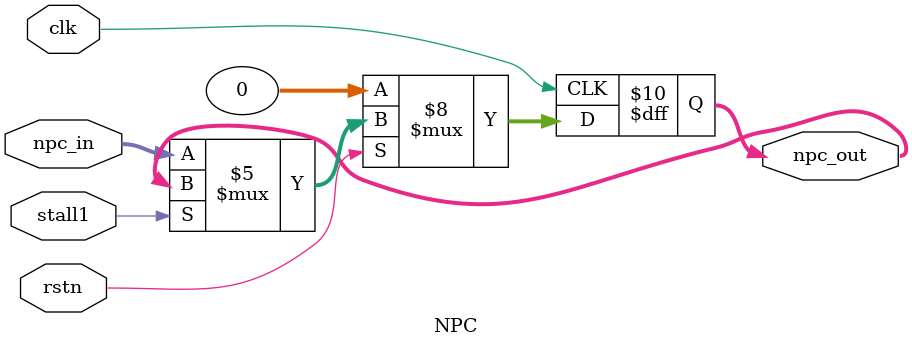
<source format=v>
`timescale 1ns / 1ps

//NPC´æ¶àÒ»¸ö½ÚÅÄµÄPC
module NPC(
    input clk,
    input rstn,
    input stall1,
    input [31:0]npc_in,
    output reg [31:0]npc_out
    );

//    assign npc_out=npc_in;
always @(posedge clk)begin
    if(!rstn) npc_out = {32{0}};
    else if(stall1==1)
    begin
    end
    else begin
        npc_out <= npc_in;    
    end
end


endmodule

</source>
